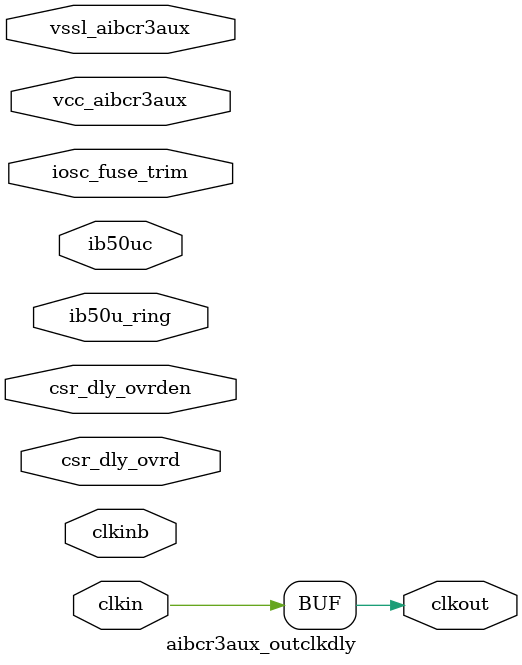
<source format=v>


`ifdef TIMESCALE_EN
`timescale 1ps/1ps
`endif

module aibcr3aux_outclkdly
#(
 parameter PERIOD = 500
)
(
output clkout,

input  clkin, clkinb, csr_dly_ovrden, ib50u_ring, ib50uc, vcc_aibcr3aux,
     vssl_aibcr3aux,

input [9:0]  iosc_fuse_trim,
input [3:0]  csr_dly_ovrd

//wire net033 , vssl , nbias , vbias , net032 , nocon0
);



assign #PERIOD clkout =  clkin;

endmodule


</source>
